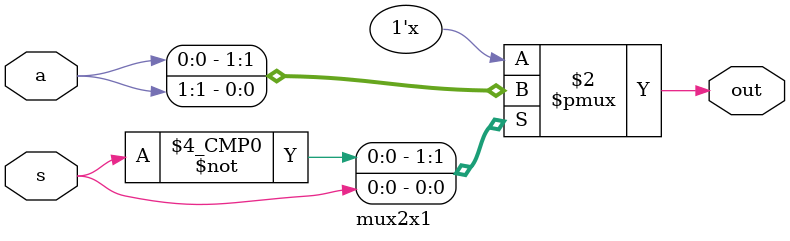
<source format=v>
`timescale 1ns / 1ps
module MUX8X1_USING4X1(input [7:0]a,input [2:0]s,output out);
    wire [1:0] y;
    mux4x1 m1(.a(a[3:0]),.s(s[1:0]),.out(y[0]));
    mux4x1 m2(.a(a[7:4]),.s(s[1:0]),.out(y[1]));
    mux2x1 m3(.a(y),.s(s[2]),.out(out));
endmodule
module mux4x1(input [3:0]a,input [1:0]s,output reg out);
    always @(*) begin
        case (s)
            2'b00:out<=a[0];
            2'b01:out<=a[1];
            2'b10:out<=a[2];
            2'b11:out<=a[3];
            default: out<=1'bx;
        endcase
    end   
endmodule
module mux2x1(input [1:0]a,input s,output reg out);
    always @(*) begin
        case (s)
            1'b0:out<=a[0];
            1'b1:out<=a[1];
            default: out<=1'bx;
        endcase
    end
endmodule
</source>
